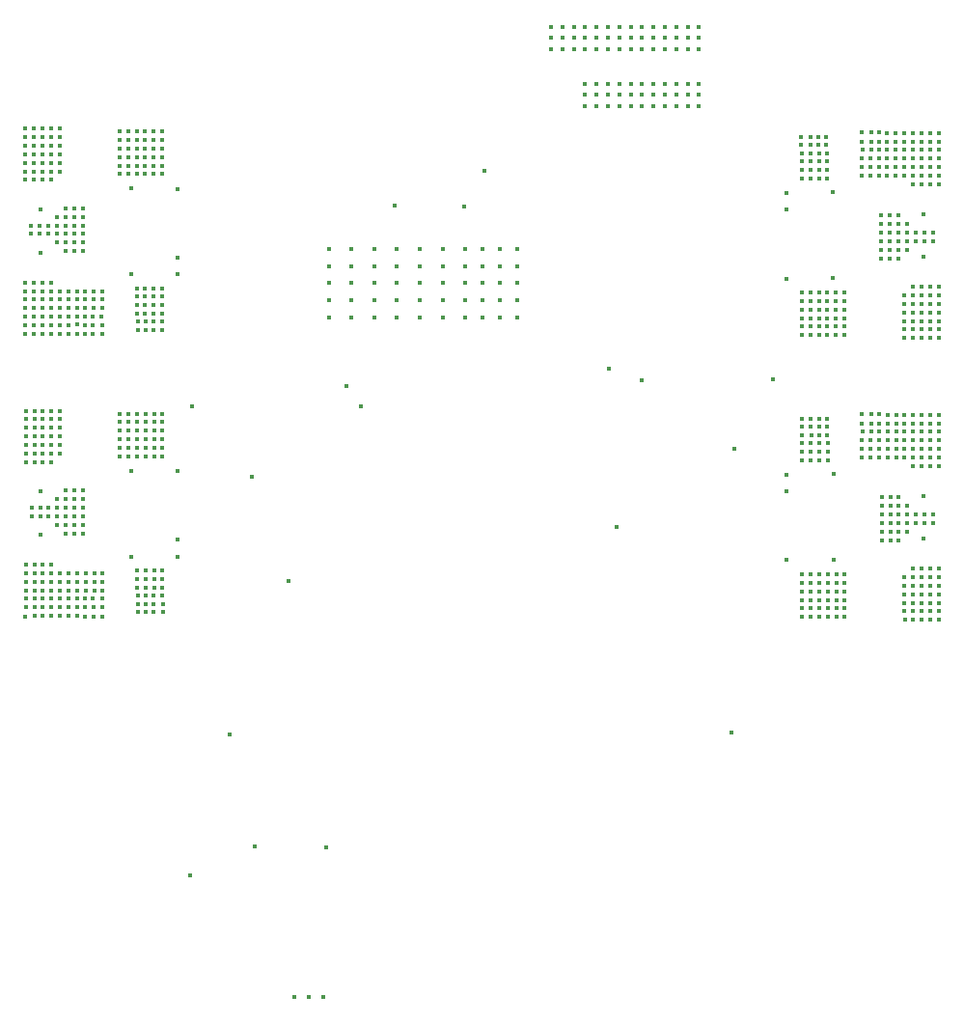
<source format=gbr>
G04*
G04 #@! TF.GenerationSoftware,Altium Limited,Altium Designer,25.4.2 (15)*
G04*
G04 Layer_Color=32896*
%FSLAX44Y44*%
%MOMM*%
G71*
G04*
G04 #@! TF.SameCoordinates,CE8B7503-BC5D-454C-BBEA-07EE3AA0370F*
G04*
G04*
G04 #@! TF.FilePolarity,Positive*
G04*
G01*
G75*
%ADD77C,0.4500*%
D77*
X980500Y1090000D02*
D03*
X993000Y1072000D02*
D03*
X832500Y1015000D02*
D03*
X1239500Y1095000D02*
D03*
X897500Y1010000D02*
D03*
X929500Y918500D02*
D03*
X699000Y887500D02*
D03*
X1354500Y1095500D02*
D03*
X845000Y1071500D02*
D03*
X832500Y1187500D02*
D03*
X1101700Y1278350D02*
D03*
X832500Y1202500D02*
D03*
X819250Y1146000D02*
D03*
X819000Y1168000D02*
D03*
X819000Y1153500D02*
D03*
X819000Y1160500D02*
D03*
X819250Y1028000D02*
D03*
X811750D02*
D03*
X832500Y940000D02*
D03*
X1366500Y937000D02*
D03*
X1380250Y909500D02*
D03*
Y887000D02*
D03*
Y902000D02*
D03*
Y894500D02*
D03*
Y917000D02*
D03*
Y924500D02*
D03*
X1366500Y1011500D02*
D03*
Y1244500D02*
D03*
X1387750Y1308250D02*
D03*
X1379750Y1301250D02*
D03*
Y1308250D02*
D03*
X1366500Y997000D02*
D03*
Y1259000D02*
D03*
Y1184000D02*
D03*
X1395000Y1271750D02*
D03*
X1387500D02*
D03*
X1380000D02*
D03*
X1402500D02*
D03*
X832500Y1262500D02*
D03*
Y955000D02*
D03*
X699250Y1068000D02*
D03*
Y1045500D02*
D03*
Y1060500D02*
D03*
Y1053000D02*
D03*
Y895500D02*
D03*
Y903000D02*
D03*
Y933000D02*
D03*
Y910500D02*
D03*
Y918000D02*
D03*
Y925500D02*
D03*
X704250Y983000D02*
D03*
X699250Y1038000D02*
D03*
X704250Y975500D02*
D03*
X1492500Y1154250D02*
D03*
X1485000Y1146750D02*
D03*
X1477500Y1139250D02*
D03*
X1492500Y1146750D02*
D03*
Y1131750D02*
D03*
Y1139250D02*
D03*
X1485000Y1154250D02*
D03*
Y1139250D02*
D03*
X1500000Y1146750D02*
D03*
X1410000Y1134250D02*
D03*
X1417500D02*
D03*
Y1141750D02*
D03*
X1387500Y1134250D02*
D03*
X1380000Y1171750D02*
D03*
Y1141750D02*
D03*
Y1134250D02*
D03*
X1485000Y1161750D02*
D03*
X1500000D02*
D03*
Y1169250D02*
D03*
Y1176750D02*
D03*
X1492500Y1169250D02*
D03*
Y1161750D02*
D03*
X1477500Y1169250D02*
D03*
Y1146750D02*
D03*
X1470000Y1161750D02*
D03*
X1477500Y1154250D02*
D03*
X1470000Y1169250D02*
D03*
Y1146750D02*
D03*
X1477500Y1176750D02*
D03*
X1470000Y1154250D02*
D03*
X1477500Y1161750D02*
D03*
X1500000Y1289250D02*
D03*
Y1296750D02*
D03*
X1485000Y1304250D02*
D03*
Y1289250D02*
D03*
X1500000Y1311750D02*
D03*
X1492500Y1304250D02*
D03*
X1485000Y1311750D02*
D03*
X1492500D02*
D03*
X1485000Y1296750D02*
D03*
X1492500D02*
D03*
X1500000Y1304250D02*
D03*
X1492500Y1289250D02*
D03*
X1462500Y1281750D02*
D03*
X1470000D02*
D03*
Y1289250D02*
D03*
X1477500Y1274250D02*
D03*
Y1289250D02*
D03*
Y1281750D02*
D03*
X1462500Y1274250D02*
D03*
X1477500Y1266750D02*
D03*
X1462500Y1289250D02*
D03*
X1470000Y1274250D02*
D03*
X1462500Y1304250D02*
D03*
X1470000Y1311750D02*
D03*
X1477500Y1296750D02*
D03*
Y1311750D02*
D03*
Y1304250D02*
D03*
X1462500Y1311750D02*
D03*
X1470000Y1296750D02*
D03*
Y1304250D02*
D03*
X1462500Y1296750D02*
D03*
X1485000Y1281750D02*
D03*
X1500000D02*
D03*
X721500Y1270500D02*
D03*
X714000Y1278000D02*
D03*
X729000D02*
D03*
Y1293000D02*
D03*
X714000D02*
D03*
X721500D02*
D03*
X706500D02*
D03*
X714000Y1300500D02*
D03*
X706500D02*
D03*
X721500D02*
D03*
X729000D02*
D03*
X721500Y1285500D02*
D03*
X729000D02*
D03*
X721500Y1278000D02*
D03*
X714000Y1285500D02*
D03*
X699000D02*
D03*
Y1293000D02*
D03*
Y1315500D02*
D03*
Y1270500D02*
D03*
Y1278000D02*
D03*
Y1300500D02*
D03*
Y1308000D02*
D03*
Y1173000D02*
D03*
Y1180500D02*
D03*
X704000Y1223000D02*
D03*
Y1230500D02*
D03*
X699000Y1158000D02*
D03*
Y1165500D02*
D03*
Y1150500D02*
D03*
Y1135500D02*
D03*
Y1143000D02*
D03*
X766250Y1135000D02*
D03*
X751250D02*
D03*
X819250Y1139000D02*
D03*
X758250Y1135000D02*
D03*
X1450000Y1201750D02*
D03*
X1472500Y1209250D02*
D03*
X1457500Y1201750D02*
D03*
X1465000D02*
D03*
Y1209250D02*
D03*
X1457500D02*
D03*
X1450000D02*
D03*
X1417500Y1164250D02*
D03*
X1450000Y1231750D02*
D03*
X1457500D02*
D03*
X1465000D02*
D03*
X1450000Y1239250D02*
D03*
X1465000D02*
D03*
X1472500Y1231750D02*
D03*
X1457500Y1239250D02*
D03*
X1450000Y1216750D02*
D03*
X1472500D02*
D03*
X1450000Y1224250D02*
D03*
X1457500Y1216750D02*
D03*
X1465000D02*
D03*
X1457500Y1224250D02*
D03*
X1465000D02*
D03*
X1472500D02*
D03*
X1417500Y1171750D02*
D03*
X1410000D02*
D03*
X1500000Y1139250D02*
D03*
Y1131750D02*
D03*
X1485000D02*
D03*
X1500000Y1154250D02*
D03*
X741500Y1245500D02*
D03*
X749000D02*
D03*
X811500Y1168000D02*
D03*
X819000Y1175500D02*
D03*
X811500D02*
D03*
X804000D02*
D03*
X804000Y1153500D02*
D03*
X811000D02*
D03*
X804250Y1139000D02*
D03*
X811250D02*
D03*
Y1146000D02*
D03*
X811500Y1160500D02*
D03*
X804000D02*
D03*
Y1168000D02*
D03*
X804250Y1146000D02*
D03*
X729000Y1308000D02*
D03*
X714000Y1315500D02*
D03*
X706500D02*
D03*
X728750D02*
D03*
X721500Y1308000D02*
D03*
Y1315500D02*
D03*
X804000Y1290500D02*
D03*
Y1313000D02*
D03*
X819000Y1298000D02*
D03*
X811500Y1313000D02*
D03*
Y1305500D02*
D03*
X819000Y1313000D02*
D03*
Y1305500D02*
D03*
X804000D02*
D03*
Y1298000D02*
D03*
X811500D02*
D03*
Y1290500D02*
D03*
X819000D02*
D03*
X791500Y1263000D02*
D03*
X781500Y1313000D02*
D03*
X789000D02*
D03*
X796500Y1290500D02*
D03*
X789000D02*
D03*
Y1283000D02*
D03*
X796500D02*
D03*
X781500Y1305500D02*
D03*
Y1298000D02*
D03*
Y1290500D02*
D03*
Y1283000D02*
D03*
Y1275500D02*
D03*
X789000D02*
D03*
X796500Y1313000D02*
D03*
Y1275500D02*
D03*
X811500Y1283000D02*
D03*
X819000D02*
D03*
X804000D02*
D03*
Y1275500D02*
D03*
X811500D02*
D03*
X819000D02*
D03*
X796500Y1305500D02*
D03*
Y1298000D02*
D03*
X789000Y1305500D02*
D03*
Y1298000D02*
D03*
X706500Y1270500D02*
D03*
Y1308000D02*
D03*
X714000D02*
D03*
X706500Y1285500D02*
D03*
Y1278000D02*
D03*
X714000Y1270500D02*
D03*
X744000Y1165500D02*
D03*
X751500D02*
D03*
X759000Y1173000D02*
D03*
X751500Y1158000D02*
D03*
X759000Y1165500D02*
D03*
X751500Y1173000D02*
D03*
X736500D02*
D03*
X744000D02*
D03*
X736500Y1165500D02*
D03*
X766500D02*
D03*
Y1173000D02*
D03*
Y1158000D02*
D03*
X734000Y1238000D02*
D03*
Y1208000D02*
D03*
Y1215500D02*
D03*
Y1223000D02*
D03*
Y1230500D02*
D03*
Y1245500D02*
D03*
X791500Y1187500D02*
D03*
X796500Y1168000D02*
D03*
Y1175500D02*
D03*
X797000Y1153500D02*
D03*
X797250Y1146000D02*
D03*
X796500Y1160500D02*
D03*
X797250Y1139000D02*
D03*
X744000Y1135500D02*
D03*
X736500D02*
D03*
X729000D02*
D03*
Y1143000D02*
D03*
Y1150500D02*
D03*
X736500Y1143000D02*
D03*
X744000Y1150500D02*
D03*
X729000Y1158000D02*
D03*
X736500Y1150500D02*
D03*
X744000Y1158000D02*
D03*
X736500D02*
D03*
X744000Y1143500D02*
D03*
X751250Y1143000D02*
D03*
X766250D02*
D03*
X759000Y1158000D02*
D03*
X765750Y1150500D02*
D03*
X758000D02*
D03*
X751000D02*
D03*
X758250Y1143000D02*
D03*
X719000Y1230500D02*
D03*
X726500Y1215500D02*
D03*
Y1223000D02*
D03*
Y1230500D02*
D03*
X712246Y1244549D02*
D03*
X712000Y1206500D02*
D03*
X711500Y1230500D02*
D03*
Y1223000D02*
D03*
X719000D02*
D03*
X726500Y1238000D02*
D03*
X749000Y1208000D02*
D03*
Y1230500D02*
D03*
X741500Y1208000D02*
D03*
Y1215500D02*
D03*
X749000D02*
D03*
Y1223000D02*
D03*
X741500D02*
D03*
Y1230500D02*
D03*
X749000Y1238000D02*
D03*
X741500D02*
D03*
X1477750Y1064500D02*
D03*
Y1049500D02*
D03*
Y1057000D02*
D03*
X1455250Y1042000D02*
D03*
Y1034500D02*
D03*
Y1027000D02*
D03*
X1417750Y924500D02*
D03*
X1410250D02*
D03*
X1407750Y937000D02*
D03*
X1402750Y924500D02*
D03*
X1395250D02*
D03*
X1500250Y892000D02*
D03*
X1492750Y899500D02*
D03*
X1500250D02*
D03*
Y884500D02*
D03*
X1492750Y892000D02*
D03*
Y884500D02*
D03*
X1470250Y899500D02*
D03*
X1470500Y884500D02*
D03*
X1470250Y892000D02*
D03*
Y914500D02*
D03*
X1477750Y922000D02*
D03*
Y907000D02*
D03*
X1470250Y922000D02*
D03*
X1477750Y914500D02*
D03*
X1470250Y907000D02*
D03*
X1477750Y884500D02*
D03*
X1485250D02*
D03*
Y892000D02*
D03*
X1477750D02*
D03*
Y899500D02*
D03*
X1485250D02*
D03*
Y907000D02*
D03*
Y914500D02*
D03*
Y922000D02*
D03*
X1500250Y914500D02*
D03*
X1492750D02*
D03*
X1500250Y907000D02*
D03*
X1492750D02*
D03*
X1500250Y922000D02*
D03*
X1492750D02*
D03*
X721500Y1158000D02*
D03*
X706500Y1150500D02*
D03*
X714000Y1135500D02*
D03*
X721500D02*
D03*
X714000Y1143000D02*
D03*
X721500D02*
D03*
X714000Y1150500D02*
D03*
X721500D02*
D03*
X714000Y1158000D02*
D03*
X706500Y1135500D02*
D03*
Y1143000D02*
D03*
Y1158000D02*
D03*
X714000Y1173000D02*
D03*
X706500Y1165500D02*
D03*
Y1173000D02*
D03*
X721500Y1180500D02*
D03*
Y1165500D02*
D03*
X729000D02*
D03*
X721500Y1173000D02*
D03*
X729000D02*
D03*
X714000Y1180500D02*
D03*
X706500D02*
D03*
X714000Y1165500D02*
D03*
X1025000Y1195000D02*
D03*
X1045000D02*
D03*
X1065000D02*
D03*
X1085000D02*
D03*
X1065000Y1180000D02*
D03*
X1045000D02*
D03*
X1025000D02*
D03*
X1005000D02*
D03*
X985000D02*
D03*
X965000D02*
D03*
Y1165000D02*
D03*
X985000D02*
D03*
X1005000D02*
D03*
Y1150000D02*
D03*
X1025000Y1165000D02*
D03*
Y1150000D02*
D03*
X1045000Y1165000D02*
D03*
Y1150000D02*
D03*
X1065000Y1165000D02*
D03*
X1085000D02*
D03*
Y1150000D02*
D03*
X1065000D02*
D03*
X1100000Y1210000D02*
D03*
X1115000D02*
D03*
X1130000D02*
D03*
Y1195000D02*
D03*
X1115000D02*
D03*
X1100000D02*
D03*
X1270000Y1355000D02*
D03*
X1280000D02*
D03*
X1290000Y1345000D02*
D03*
X1280000D02*
D03*
X1270000D02*
D03*
X1260000D02*
D03*
X1250000D02*
D03*
X1240000D02*
D03*
X1230000D02*
D03*
X1220000D02*
D03*
X1210000D02*
D03*
X1200000D02*
D03*
X1190000D02*
D03*
Y1335000D02*
D03*
X1200000D02*
D03*
X1210000D02*
D03*
X1220000D02*
D03*
X1230000D02*
D03*
X1240000D02*
D03*
X1250000D02*
D03*
X1260000D02*
D03*
X1270000D02*
D03*
X1280000D02*
D03*
X1290000D02*
D03*
X1200000Y1385000D02*
D03*
X1210000D02*
D03*
Y1395000D02*
D03*
Y1405000D02*
D03*
X1220000D02*
D03*
Y1395000D02*
D03*
Y1385000D02*
D03*
X1230000D02*
D03*
Y1395000D02*
D03*
Y1405000D02*
D03*
X1240000D02*
D03*
Y1395000D02*
D03*
Y1385000D02*
D03*
X1250000D02*
D03*
Y1395000D02*
D03*
Y1405000D02*
D03*
X1260000D02*
D03*
Y1395000D02*
D03*
Y1385000D02*
D03*
X1270000Y1405000D02*
D03*
Y1395000D02*
D03*
Y1385000D02*
D03*
X1280000Y1405000D02*
D03*
Y1395000D02*
D03*
Y1385000D02*
D03*
X1290000Y1405000D02*
D03*
Y1395000D02*
D03*
Y1385000D02*
D03*
X965000Y1210000D02*
D03*
X985000D02*
D03*
X1005000D02*
D03*
X1025000D02*
D03*
X1045000D02*
D03*
X1065000D02*
D03*
X1085000D02*
D03*
Y1180000D02*
D03*
X965000Y1195000D02*
D03*
X985000D02*
D03*
X1005000D02*
D03*
X1417500Y1156750D02*
D03*
X1410000Y1164250D02*
D03*
X1470250Y1131750D02*
D03*
X1470000Y1139250D02*
D03*
X1477500Y1131750D02*
D03*
X1380000Y1293750D02*
D03*
X1387750Y1301250D02*
D03*
X1388000Y1293750D02*
D03*
X1395000D02*
D03*
X1394750Y1308250D02*
D03*
Y1301250D02*
D03*
X1402000Y1293750D02*
D03*
X1401750Y1308250D02*
D03*
Y1301250D02*
D03*
X1432750Y1304250D02*
D03*
X1433250Y1296750D02*
D03*
X1440000Y1289250D02*
D03*
X1440750Y1304250D02*
D03*
X1441000Y1296750D02*
D03*
X1448000D02*
D03*
X1447750Y1304250D02*
D03*
X1455000Y1303750D02*
D03*
X1447750Y1312250D02*
D03*
X1440750D02*
D03*
X1455000Y1311750D02*
D03*
X1432750Y1312250D02*
D03*
X1023000Y1248000D02*
D03*
X1084000Y1247500D02*
D03*
X935150Y553640D02*
D03*
X947850D02*
D03*
X960550D02*
D03*
X1160000Y1405000D02*
D03*
Y1395000D02*
D03*
Y1385000D02*
D03*
X1170000D02*
D03*
Y1395000D02*
D03*
Y1405000D02*
D03*
X1180000D02*
D03*
Y1395000D02*
D03*
Y1385000D02*
D03*
X1190000D02*
D03*
Y1395000D02*
D03*
Y1405000D02*
D03*
X1200000D02*
D03*
Y1395000D02*
D03*
X1100000Y1180000D02*
D03*
X1115000D02*
D03*
X1130000D02*
D03*
Y1165000D02*
D03*
X1115000D02*
D03*
X1100000D02*
D03*
Y1150000D02*
D03*
X1115000D02*
D03*
X1130000D02*
D03*
X1190000Y1355000D02*
D03*
X1200000D02*
D03*
X1210000D02*
D03*
X1220000D02*
D03*
X1230000D02*
D03*
X1240000D02*
D03*
X1250000D02*
D03*
X1260000D02*
D03*
X1492500Y1281750D02*
D03*
X1500000Y1274250D02*
D03*
Y1266750D02*
D03*
X1492500Y1274250D02*
D03*
X1402500Y1286750D02*
D03*
X1395000D02*
D03*
X1402500Y1279250D02*
D03*
X1387500Y1286750D02*
D03*
Y1279250D02*
D03*
X1395000D02*
D03*
X1432500Y1289250D02*
D03*
Y1281750D02*
D03*
X1440000Y1274250D02*
D03*
X1447500Y1281750D02*
D03*
X1455000D02*
D03*
X1447500Y1274250D02*
D03*
X1455000D02*
D03*
X1440000Y1281750D02*
D03*
X1455000Y1296750D02*
D03*
X1455000Y1289250D02*
D03*
X1447500D02*
D03*
X1380000Y1279250D02*
D03*
Y1286750D02*
D03*
X1485000Y1169250D02*
D03*
Y1176750D02*
D03*
X1492500D02*
D03*
X1485000Y1266750D02*
D03*
Y1274250D02*
D03*
X1492500Y1266750D02*
D03*
X1432500Y1274250D02*
D03*
X1480000Y1224250D02*
D03*
X1495000D02*
D03*
X1480000Y1216750D02*
D03*
X1487500D02*
D03*
X1495000D02*
D03*
X1487500Y1224250D02*
D03*
X1407500Y1259750D02*
D03*
X1487000Y1240750D02*
D03*
X1407500Y1184250D02*
D03*
X1486754Y1202701D02*
D03*
X1380000Y1149250D02*
D03*
Y1156750D02*
D03*
X1387500Y1164250D02*
D03*
Y1141750D02*
D03*
Y1156750D02*
D03*
Y1149250D02*
D03*
X1380000Y1164250D02*
D03*
X1387500Y1171750D02*
D03*
X1395000Y1134250D02*
D03*
Y1141750D02*
D03*
X1402500D02*
D03*
X1395000Y1149250D02*
D03*
X1402500D02*
D03*
Y1134250D02*
D03*
X1410000Y1156750D02*
D03*
Y1149250D02*
D03*
X1395000Y1164250D02*
D03*
Y1156750D02*
D03*
Y1171750D02*
D03*
X1402500Y1164250D02*
D03*
Y1156750D02*
D03*
Y1171750D02*
D03*
X1410000Y1141750D02*
D03*
X1417500Y1149250D02*
D03*
X1407750Y1012500D02*
D03*
X1485250Y1042000D02*
D03*
X1470250D02*
D03*
X1477750D02*
D03*
X1462750D02*
D03*
X1432750D02*
D03*
Y1027000D02*
D03*
Y1034500D02*
D03*
X1440250Y1027000D02*
D03*
Y1034500D02*
D03*
Y1042000D02*
D03*
X1477750Y1034500D02*
D03*
X1485250D02*
D03*
X1500250D02*
D03*
X1492750D02*
D03*
X1500250Y1042000D02*
D03*
Y1049500D02*
D03*
X1492750Y1057000D02*
D03*
Y1064500D02*
D03*
Y1049500D02*
D03*
X1500250Y1057000D02*
D03*
Y1064500D02*
D03*
X1492750Y1042000D02*
D03*
X1487004Y955451D02*
D03*
X1472750Y962000D02*
D03*
X1485250Y929500D02*
D03*
X1465250Y954500D02*
D03*
Y962000D02*
D03*
X1477750Y929500D02*
D03*
X1500250D02*
D03*
X1492750D02*
D03*
X1462750Y1057000D02*
D03*
X1470250D02*
D03*
X1462750Y1049500D02*
D03*
X1470250Y1064500D02*
D03*
X1462750D02*
D03*
X1470250Y1049500D02*
D03*
X1500250Y1019500D02*
D03*
X1477750D02*
D03*
X1500250Y1027000D02*
D03*
X1485250D02*
D03*
X1492750Y1019500D02*
D03*
X1485250D02*
D03*
X1492750Y1027000D02*
D03*
X1477750D02*
D03*
X1455250Y1049500D02*
D03*
X1448000Y1065000D02*
D03*
X1441250Y1049500D02*
D03*
X1441000Y1057000D02*
D03*
X1448250Y1049500D02*
D03*
X1455250Y1056500D02*
D03*
X1448000Y1057000D02*
D03*
X1441000Y1065000D02*
D03*
X1455250Y1064500D02*
D03*
X1387750Y924500D02*
D03*
X1447750Y1027000D02*
D03*
Y1042000D02*
D03*
Y1034500D02*
D03*
X1485250Y1064500D02*
D03*
Y1057000D02*
D03*
Y1049500D02*
D03*
X1410250Y909500D02*
D03*
Y902000D02*
D03*
X1387750Y917000D02*
D03*
Y909500D02*
D03*
Y902000D02*
D03*
X1395250Y917000D02*
D03*
Y909500D02*
D03*
X1380000Y1061000D02*
D03*
X1388000Y1054000D02*
D03*
X1380000D02*
D03*
X1380250Y1046500D02*
D03*
X1433000Y1057000D02*
D03*
X1433500Y1049500D02*
D03*
X1433000Y1065000D02*
D03*
X1388000Y1061000D02*
D03*
X1388250Y1046500D02*
D03*
X1395000Y1061000D02*
D03*
X1395250Y1046500D02*
D03*
X1395000Y1054000D02*
D03*
X1402250Y1046500D02*
D03*
X1402000Y1054000D02*
D03*
Y1061000D02*
D03*
X1465250Y992000D02*
D03*
Y984500D02*
D03*
X1462750Y1027000D02*
D03*
X1470250Y1034500D02*
D03*
X1462750D02*
D03*
X1470250Y1027000D02*
D03*
X1465250Y977000D02*
D03*
X1495250D02*
D03*
X1487750D02*
D03*
X1472750D02*
D03*
X1480250D02*
D03*
Y969500D02*
D03*
X1487750D02*
D03*
X1495250D02*
D03*
X1487250Y993500D02*
D03*
X1465250Y969500D02*
D03*
X1472750Y984500D02*
D03*
Y969500D02*
D03*
X1457750Y984500D02*
D03*
X1450250Y962000D02*
D03*
X1457750Y954500D02*
D03*
Y992000D02*
D03*
Y977000D02*
D03*
Y962000D02*
D03*
Y969500D02*
D03*
X1450250Y954500D02*
D03*
Y992000D02*
D03*
Y969500D02*
D03*
Y977000D02*
D03*
Y984500D02*
D03*
X1380250Y1024500D02*
D03*
X1402750Y1039500D02*
D03*
X1395250D02*
D03*
Y1032000D02*
D03*
Y1024500D02*
D03*
X1402750D02*
D03*
Y1032000D02*
D03*
X1387750Y1039500D02*
D03*
Y1032000D02*
D03*
Y1024500D02*
D03*
X1380250Y1032000D02*
D03*
Y1039500D02*
D03*
X796750Y928000D02*
D03*
X804250D02*
D03*
X729250Y1045500D02*
D03*
Y1060500D02*
D03*
X781750Y1058000D02*
D03*
X819250D02*
D03*
X729250Y1038000D02*
D03*
Y1030500D02*
D03*
Y1053000D02*
D03*
X789250Y1050500D02*
D03*
X781750Y1035500D02*
D03*
Y1028000D02*
D03*
X789250D02*
D03*
Y1035500D02*
D03*
Y1043000D02*
D03*
X796750Y1028000D02*
D03*
Y1043000D02*
D03*
Y1035500D02*
D03*
X791750Y1015500D02*
D03*
X781750Y1043000D02*
D03*
X796750Y1050500D02*
D03*
X781750D02*
D03*
X726750Y968000D02*
D03*
X749250Y960500D02*
D03*
X734250D02*
D03*
X741750D02*
D03*
X804250Y1050500D02*
D03*
X811750Y1035500D02*
D03*
X819250D02*
D03*
X804250Y1028000D02*
D03*
X819250Y1050500D02*
D03*
X811750Y1043000D02*
D03*
X804250Y1035500D02*
D03*
Y1043000D02*
D03*
X811750Y1050500D02*
D03*
X819250Y1043000D02*
D03*
Y1065500D02*
D03*
X789250D02*
D03*
X781750D02*
D03*
X796750Y1058000D02*
D03*
X811750Y1065500D02*
D03*
Y1058000D02*
D03*
X796750Y1065500D02*
D03*
X804250D02*
D03*
Y1058000D02*
D03*
X789250D02*
D03*
X1387750Y887000D02*
D03*
X1395250D02*
D03*
Y894500D02*
D03*
Y902000D02*
D03*
X1387750Y894500D02*
D03*
X1410250Y887000D02*
D03*
X1417750D02*
D03*
Y894500D02*
D03*
X1402750D02*
D03*
X1410250D02*
D03*
X1402750Y887000D02*
D03*
Y902000D02*
D03*
Y917000D02*
D03*
Y909500D02*
D03*
X1417750Y917000D02*
D03*
X1410250D02*
D03*
X1417750Y909500D02*
D03*
Y902000D02*
D03*
X811750Y920500D02*
D03*
Y913000D02*
D03*
X796750D02*
D03*
Y920500D02*
D03*
X729250Y925500D02*
D03*
X721750Y918000D02*
D03*
X736750Y910500D02*
D03*
X729250Y918000D02*
D03*
X721750Y925500D02*
D03*
Y910500D02*
D03*
Y933000D02*
D03*
X744250Y918000D02*
D03*
X729250Y910500D02*
D03*
X744250Y925500D02*
D03*
X736750D02*
D03*
Y918000D02*
D03*
X741750Y975500D02*
D03*
X749250D02*
D03*
Y968000D02*
D03*
X741750D02*
D03*
X734250D02*
D03*
Y975500D02*
D03*
X726750D02*
D03*
X734250Y983000D02*
D03*
X749250Y998000D02*
D03*
X741750D02*
D03*
X734250D02*
D03*
Y990500D02*
D03*
X741750D02*
D03*
X749250D02*
D03*
Y983000D02*
D03*
X726750D02*
D03*
Y990500D02*
D03*
X741750Y983000D02*
D03*
X712250Y959000D02*
D03*
X711750Y983000D02*
D03*
X721750Y1023000D02*
D03*
Y1030500D02*
D03*
X712496Y997049D02*
D03*
X719250Y983000D02*
D03*
X711750Y975500D02*
D03*
X719250D02*
D03*
X721750Y1045500D02*
D03*
Y1060500D02*
D03*
Y1038000D02*
D03*
Y1068000D02*
D03*
Y1053000D02*
D03*
X729000Y1068000D02*
D03*
X706750Y1030500D02*
D03*
Y1053000D02*
D03*
X714250D02*
D03*
Y1045500D02*
D03*
Y1038000D02*
D03*
Y1023000D02*
D03*
Y1030500D02*
D03*
Y1068000D02*
D03*
Y1060500D02*
D03*
X706750Y1068000D02*
D03*
Y1060500D02*
D03*
Y1038000D02*
D03*
Y1023000D02*
D03*
Y1045500D02*
D03*
X791750Y940000D02*
D03*
X804250Y920500D02*
D03*
X699250Y1030500D02*
D03*
Y1023000D02*
D03*
X804500Y898500D02*
D03*
X819500D02*
D03*
X804500Y891500D02*
D03*
X811500D02*
D03*
X797500D02*
D03*
Y898500D02*
D03*
X811500D02*
D03*
X819500Y891500D02*
D03*
X706750Y933000D02*
D03*
X714250Y910500D02*
D03*
Y888000D02*
D03*
X706750Y910500D02*
D03*
X714250Y918000D02*
D03*
X706750D02*
D03*
Y925500D02*
D03*
X714250Y933000D02*
D03*
Y925500D02*
D03*
X706750Y888000D02*
D03*
X714250Y895500D02*
D03*
X706750D02*
D03*
Y903000D02*
D03*
X714250D02*
D03*
X759250Y910500D02*
D03*
X766750Y918000D02*
D03*
Y910500D02*
D03*
X759250Y925500D02*
D03*
X766500Y895500D02*
D03*
X759250Y918000D02*
D03*
X766000Y903000D02*
D03*
X751750Y925500D02*
D03*
Y910500D02*
D03*
X758250Y903000D02*
D03*
X758500Y895500D02*
D03*
X766750Y925500D02*
D03*
X751750Y918000D02*
D03*
X736750Y895500D02*
D03*
X721750D02*
D03*
X736750Y888000D02*
D03*
Y903000D02*
D03*
X721750Y888000D02*
D03*
Y903000D02*
D03*
X729250Y888000D02*
D03*
Y895500D02*
D03*
Y903000D02*
D03*
X751500Y895500D02*
D03*
X744250Y903000D02*
D03*
Y896000D02*
D03*
X744250Y910500D02*
D03*
X751250Y903000D02*
D03*
X744250Y888000D02*
D03*
X751500Y887500D02*
D03*
X766500D02*
D03*
X758500D02*
D03*
X797250Y906000D02*
D03*
X804250Y913000D02*
D03*
X804250Y906000D02*
D03*
X811250D02*
D03*
X811750Y928000D02*
D03*
X819250Y920500D02*
D03*
Y913000D02*
D03*
Y928000D02*
D03*
X819250Y906000D02*
D03*
X900000Y686000D02*
D03*
X963000Y685000D02*
D03*
X985000Y1150000D02*
D03*
X965000D02*
D03*
X1211000Y1105000D02*
D03*
X1321000Y1035000D02*
D03*
X1218000Y966000D02*
D03*
X1290000Y1355000D02*
D03*
X878000Y784000D02*
D03*
X843000Y660000D02*
D03*
X1318000Y786000D02*
D03*
M02*

</source>
